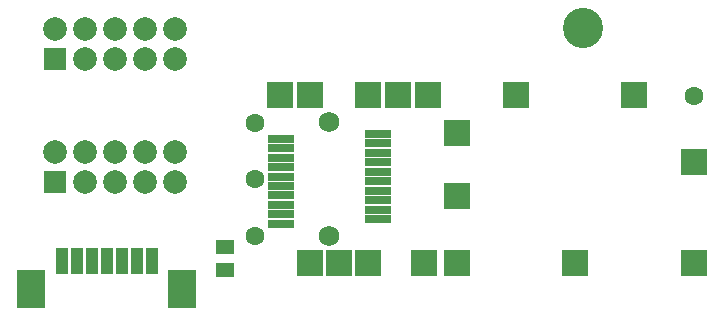
<source format=gts>
%FSAX24Y24*%
%MOIN*%
G70*
G01*
G75*
G04 Layer_Color=8388736*
%ADD10R,0.0787X0.0197*%
%ADD11R,0.0354X0.0787*%
%ADD12R,0.0512X0.0433*%
%ADD13C,0.0200*%
%ADD14C,0.0100*%
%ADD15C,0.0551*%
%ADD16R,0.0787X0.0787*%
%ADD17C,0.0610*%
%ADD18C,0.0709*%
%ADD19R,0.0639X0.0639*%
%ADD20R,0.0866X0.1181*%
%ADD21C,0.1260*%
%ADD22C,0.0300*%
%ADD23C,0.0500*%
%ADD24C,0.0079*%
%ADD25C,0.0080*%
%ADD26R,0.0867X0.0277*%
%ADD27R,0.0434X0.0867*%
%ADD28R,0.0592X0.0513*%
%ADD29C,0.0631*%
%ADD30R,0.0867X0.0867*%
%ADD31C,0.0690*%
%ADD32C,0.0789*%
%ADD33R,0.0719X0.0719*%
%ADD34R,0.0946X0.1261*%
%ADD35C,0.1340*%
D26*
X049789Y028851D02*
D03*
X049789Y028536D02*
D03*
Y028221D02*
D03*
X049789Y027906D02*
D03*
Y027591D02*
D03*
Y027276D02*
D03*
Y026961D02*
D03*
Y026646D02*
D03*
Y026331D02*
D03*
Y026016D02*
D03*
X046561Y025859D02*
D03*
Y026174D02*
D03*
Y026489D02*
D03*
Y026804D02*
D03*
Y027119D02*
D03*
Y027434D02*
D03*
Y027749D02*
D03*
X046561Y028064D02*
D03*
Y028379D02*
D03*
X046561Y028694D02*
D03*
D27*
X039260Y024625D02*
D03*
X039760D02*
D03*
X040260D02*
D03*
X040760D02*
D03*
X041260D02*
D03*
X041760D02*
D03*
X042260D02*
D03*
D28*
X044700Y024326D02*
D03*
Y025074D02*
D03*
D29*
X045700Y025450D02*
D03*
X060321Y030121D02*
D03*
X045700Y029230D02*
D03*
Y027340D02*
D03*
D30*
X051454Y030150D02*
D03*
X048500Y024540D02*
D03*
X052440D02*
D03*
X056380D02*
D03*
X049480D02*
D03*
X051330D02*
D03*
X060320D02*
D03*
X052440Y026780D02*
D03*
Y028900D02*
D03*
X054410Y030150D02*
D03*
X058350D02*
D03*
X060320Y027920D02*
D03*
X050470Y030150D02*
D03*
X049480D02*
D03*
X047520D02*
D03*
X046530D02*
D03*
X047520Y024540D02*
D03*
D31*
X048175Y025465D02*
D03*
X048156Y029255D02*
D03*
D32*
X039050Y028250D02*
D03*
X040050D02*
D03*
X041050D02*
D03*
X042050D02*
D03*
X043050D02*
D03*
Y027250D02*
D03*
X042050D02*
D03*
X041050D02*
D03*
X040050D02*
D03*
X039050Y032350D02*
D03*
X040050D02*
D03*
X041050D02*
D03*
X042050D02*
D03*
X043050D02*
D03*
Y031350D02*
D03*
X042050D02*
D03*
X041050D02*
D03*
X040050D02*
D03*
D33*
X039050Y027250D02*
D03*
Y031350D02*
D03*
D34*
X038250Y023700D02*
D03*
X043270D02*
D03*
D35*
X056650Y032400D02*
D03*
M02*

</source>
